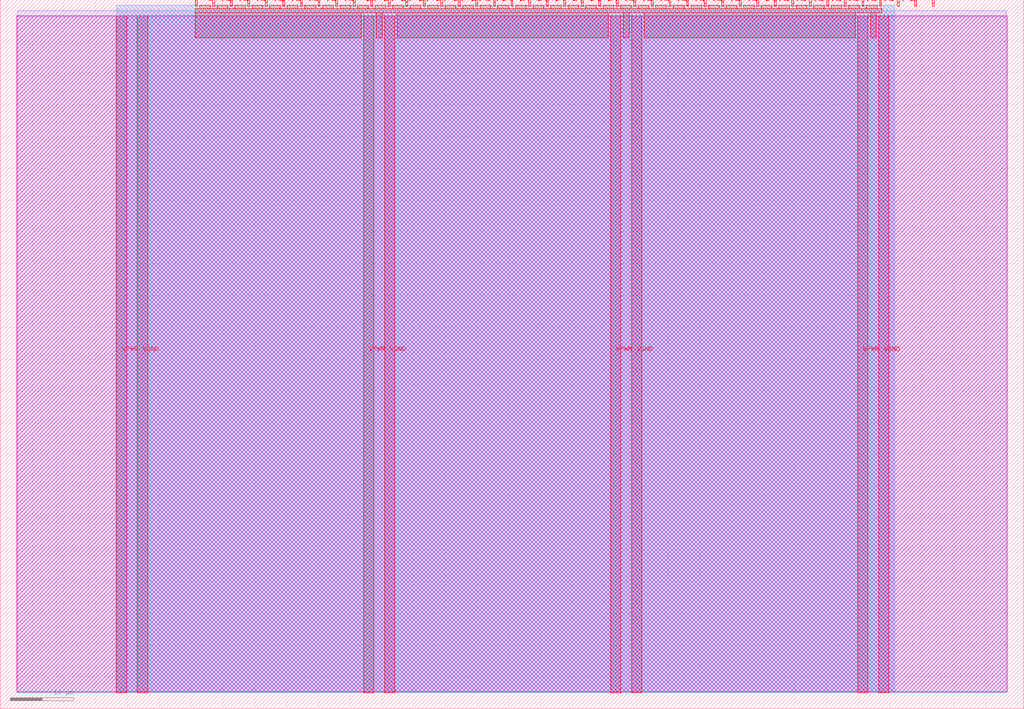
<source format=lef>
VERSION 5.7 ;
  NOWIREEXTENSIONATPIN ON ;
  DIVIDERCHAR "/" ;
  BUSBITCHARS "[]" ;
MACRO tt_um_wokwi_442987174502478849
  CLASS BLOCK ;
  FOREIGN tt_um_wokwi_442987174502478849 ;
  ORIGIN 0.000 0.000 ;
  SIZE 161.000 BY 111.520 ;
  PIN VGND
    DIRECTION INOUT ;
    USE GROUND ;
    PORT
      LAYER met4 ;
        RECT 21.580 2.480 23.180 109.040 ;
    END
    PORT
      LAYER met4 ;
        RECT 60.450 2.480 62.050 109.040 ;
    END
    PORT
      LAYER met4 ;
        RECT 99.320 2.480 100.920 109.040 ;
    END
    PORT
      LAYER met4 ;
        RECT 138.190 2.480 139.790 109.040 ;
    END
  END VGND
  PIN VPWR
    DIRECTION INOUT ;
    USE POWER ;
    PORT
      LAYER met4 ;
        RECT 18.280 2.480 19.880 109.040 ;
    END
    PORT
      LAYER met4 ;
        RECT 57.150 2.480 58.750 109.040 ;
    END
    PORT
      LAYER met4 ;
        RECT 96.020 2.480 97.620 109.040 ;
    END
    PORT
      LAYER met4 ;
        RECT 134.890 2.480 136.490 109.040 ;
    END
  END VPWR
  PIN clk
    DIRECTION INPUT ;
    USE SIGNAL ;
    PORT
      LAYER met4 ;
        RECT 143.830 110.520 144.130 111.520 ;
    END
  END clk
  PIN ena
    DIRECTION INPUT ;
    USE SIGNAL ;
    PORT
      LAYER met4 ;
        RECT 146.590 110.520 146.890 111.520 ;
    END
  END ena
  PIN rst_n
    DIRECTION INPUT ;
    USE SIGNAL ;
    PORT
      LAYER met4 ;
        RECT 141.070 110.520 141.370 111.520 ;
    END
  END rst_n
  PIN ui_in[0]
    DIRECTION INPUT ;
    USE SIGNAL ;
    ANTENNAGATEAREA 0.196500 ;
    PORT
      LAYER met4 ;
        RECT 138.310 110.520 138.610 111.520 ;
    END
  END ui_in[0]
  PIN ui_in[1]
    DIRECTION INPUT ;
    USE SIGNAL ;
    ANTENNAGATEAREA 0.196500 ;
    PORT
      LAYER met4 ;
        RECT 135.550 110.520 135.850 111.520 ;
    END
  END ui_in[1]
  PIN ui_in[2]
    DIRECTION INPUT ;
    USE SIGNAL ;
    ANTENNAGATEAREA 0.196500 ;
    PORT
      LAYER met4 ;
        RECT 132.790 110.520 133.090 111.520 ;
    END
  END ui_in[2]
  PIN ui_in[3]
    DIRECTION INPUT ;
    USE SIGNAL ;
    ANTENNAGATEAREA 0.196500 ;
    PORT
      LAYER met4 ;
        RECT 130.030 110.520 130.330 111.520 ;
    END
  END ui_in[3]
  PIN ui_in[4]
    DIRECTION INPUT ;
    USE SIGNAL ;
    ANTENNAGATEAREA 0.196500 ;
    PORT
      LAYER met4 ;
        RECT 127.270 110.520 127.570 111.520 ;
    END
  END ui_in[4]
  PIN ui_in[5]
    DIRECTION INPUT ;
    USE SIGNAL ;
    ANTENNAGATEAREA 0.196500 ;
    PORT
      LAYER met4 ;
        RECT 124.510 110.520 124.810 111.520 ;
    END
  END ui_in[5]
  PIN ui_in[6]
    DIRECTION INPUT ;
    USE SIGNAL ;
    ANTENNAGATEAREA 0.196500 ;
    PORT
      LAYER met4 ;
        RECT 121.750 110.520 122.050 111.520 ;
    END
  END ui_in[6]
  PIN ui_in[7]
    DIRECTION INPUT ;
    USE SIGNAL ;
    ANTENNAGATEAREA 0.196500 ;
    PORT
      LAYER met4 ;
        RECT 118.990 110.520 119.290 111.520 ;
    END
  END ui_in[7]
  PIN uio_in[0]
    DIRECTION INPUT ;
    USE SIGNAL ;
    PORT
      LAYER met4 ;
        RECT 116.230 110.520 116.530 111.520 ;
    END
  END uio_in[0]
  PIN uio_in[1]
    DIRECTION INPUT ;
    USE SIGNAL ;
    PORT
      LAYER met4 ;
        RECT 113.470 110.520 113.770 111.520 ;
    END
  END uio_in[1]
  PIN uio_in[2]
    DIRECTION INPUT ;
    USE SIGNAL ;
    PORT
      LAYER met4 ;
        RECT 110.710 110.520 111.010 111.520 ;
    END
  END uio_in[2]
  PIN uio_in[3]
    DIRECTION INPUT ;
    USE SIGNAL ;
    PORT
      LAYER met4 ;
        RECT 107.950 110.520 108.250 111.520 ;
    END
  END uio_in[3]
  PIN uio_in[4]
    DIRECTION INPUT ;
    USE SIGNAL ;
    PORT
      LAYER met4 ;
        RECT 105.190 110.520 105.490 111.520 ;
    END
  END uio_in[4]
  PIN uio_in[5]
    DIRECTION INPUT ;
    USE SIGNAL ;
    PORT
      LAYER met4 ;
        RECT 102.430 110.520 102.730 111.520 ;
    END
  END uio_in[5]
  PIN uio_in[6]
    DIRECTION INPUT ;
    USE SIGNAL ;
    PORT
      LAYER met4 ;
        RECT 99.670 110.520 99.970 111.520 ;
    END
  END uio_in[6]
  PIN uio_in[7]
    DIRECTION INPUT ;
    USE SIGNAL ;
    PORT
      LAYER met4 ;
        RECT 96.910 110.520 97.210 111.520 ;
    END
  END uio_in[7]
  PIN uio_oe[0]
    DIRECTION OUTPUT ;
    USE SIGNAL ;
    PORT
      LAYER met4 ;
        RECT 49.990 110.520 50.290 111.520 ;
    END
  END uio_oe[0]
  PIN uio_oe[1]
    DIRECTION OUTPUT ;
    USE SIGNAL ;
    PORT
      LAYER met4 ;
        RECT 47.230 110.520 47.530 111.520 ;
    END
  END uio_oe[1]
  PIN uio_oe[2]
    DIRECTION OUTPUT ;
    USE SIGNAL ;
    PORT
      LAYER met4 ;
        RECT 44.470 110.520 44.770 111.520 ;
    END
  END uio_oe[2]
  PIN uio_oe[3]
    DIRECTION OUTPUT ;
    USE SIGNAL ;
    PORT
      LAYER met4 ;
        RECT 41.710 110.520 42.010 111.520 ;
    END
  END uio_oe[3]
  PIN uio_oe[4]
    DIRECTION OUTPUT ;
    USE SIGNAL ;
    PORT
      LAYER met4 ;
        RECT 38.950 110.520 39.250 111.520 ;
    END
  END uio_oe[4]
  PIN uio_oe[5]
    DIRECTION OUTPUT ;
    USE SIGNAL ;
    PORT
      LAYER met4 ;
        RECT 36.190 110.520 36.490 111.520 ;
    END
  END uio_oe[5]
  PIN uio_oe[6]
    DIRECTION OUTPUT ;
    USE SIGNAL ;
    PORT
      LAYER met4 ;
        RECT 33.430 110.520 33.730 111.520 ;
    END
  END uio_oe[6]
  PIN uio_oe[7]
    DIRECTION OUTPUT ;
    USE SIGNAL ;
    PORT
      LAYER met4 ;
        RECT 30.670 110.520 30.970 111.520 ;
    END
  END uio_oe[7]
  PIN uio_out[0]
    DIRECTION OUTPUT ;
    USE SIGNAL ;
    PORT
      LAYER met4 ;
        RECT 72.070 110.520 72.370 111.520 ;
    END
  END uio_out[0]
  PIN uio_out[1]
    DIRECTION OUTPUT ;
    USE SIGNAL ;
    PORT
      LAYER met4 ;
        RECT 69.310 110.520 69.610 111.520 ;
    END
  END uio_out[1]
  PIN uio_out[2]
    DIRECTION OUTPUT ;
    USE SIGNAL ;
    PORT
      LAYER met4 ;
        RECT 66.550 110.520 66.850 111.520 ;
    END
  END uio_out[2]
  PIN uio_out[3]
    DIRECTION OUTPUT ;
    USE SIGNAL ;
    PORT
      LAYER met4 ;
        RECT 63.790 110.520 64.090 111.520 ;
    END
  END uio_out[3]
  PIN uio_out[4]
    DIRECTION OUTPUT ;
    USE SIGNAL ;
    PORT
      LAYER met4 ;
        RECT 61.030 110.520 61.330 111.520 ;
    END
  END uio_out[4]
  PIN uio_out[5]
    DIRECTION OUTPUT ;
    USE SIGNAL ;
    PORT
      LAYER met4 ;
        RECT 58.270 110.520 58.570 111.520 ;
    END
  END uio_out[5]
  PIN uio_out[6]
    DIRECTION OUTPUT ;
    USE SIGNAL ;
    PORT
      LAYER met4 ;
        RECT 55.510 110.520 55.810 111.520 ;
    END
  END uio_out[6]
  PIN uio_out[7]
    DIRECTION OUTPUT ;
    USE SIGNAL ;
    PORT
      LAYER met4 ;
        RECT 52.750 110.520 53.050 111.520 ;
    END
  END uio_out[7]
  PIN uo_out[0]
    DIRECTION OUTPUT ;
    USE SIGNAL ;
    PORT
      LAYER met4 ;
        RECT 94.150 110.520 94.450 111.520 ;
    END
  END uo_out[0]
  PIN uo_out[1]
    DIRECTION OUTPUT ;
    USE SIGNAL ;
    PORT
      LAYER met4 ;
        RECT 91.390 110.520 91.690 111.520 ;
    END
  END uo_out[1]
  PIN uo_out[2]
    DIRECTION OUTPUT ;
    USE SIGNAL ;
    PORT
      LAYER met4 ;
        RECT 88.630 110.520 88.930 111.520 ;
    END
  END uo_out[2]
  PIN uo_out[3]
    DIRECTION OUTPUT ;
    USE SIGNAL ;
    ANTENNADIFFAREA 0.445500 ;
    PORT
      LAYER met4 ;
        RECT 85.870 110.520 86.170 111.520 ;
    END
  END uo_out[3]
  PIN uo_out[4]
    DIRECTION OUTPUT ;
    USE SIGNAL ;
    ANTENNADIFFAREA 0.445500 ;
    PORT
      LAYER met4 ;
        RECT 83.110 110.520 83.410 111.520 ;
    END
  END uo_out[4]
  PIN uo_out[5]
    DIRECTION OUTPUT ;
    USE SIGNAL ;
    ANTENNADIFFAREA 0.445500 ;
    PORT
      LAYER met4 ;
        RECT 80.350 110.520 80.650 111.520 ;
    END
  END uo_out[5]
  PIN uo_out[6]
    DIRECTION OUTPUT ;
    USE SIGNAL ;
    ANTENNADIFFAREA 0.445500 ;
    PORT
      LAYER met4 ;
        RECT 77.590 110.520 77.890 111.520 ;
    END
  END uo_out[6]
  PIN uo_out[7]
    DIRECTION OUTPUT ;
    USE SIGNAL ;
    ANTENNADIFFAREA 0.445500 ;
    PORT
      LAYER met4 ;
        RECT 74.830 110.520 75.130 111.520 ;
    END
  END uo_out[7]
  OBS
      LAYER nwell ;
        RECT 2.570 2.635 158.430 108.990 ;
      LAYER li1 ;
        RECT 2.760 2.635 158.240 108.885 ;
      LAYER met1 ;
        RECT 2.760 2.480 158.240 109.780 ;
      LAYER met2 ;
        RECT 18.310 2.535 140.670 110.685 ;
      LAYER met3 ;
        RECT 18.290 2.555 140.695 110.665 ;
      LAYER met4 ;
        RECT 31.370 110.120 33.030 110.665 ;
        RECT 34.130 110.120 35.790 110.665 ;
        RECT 36.890 110.120 38.550 110.665 ;
        RECT 39.650 110.120 41.310 110.665 ;
        RECT 42.410 110.120 44.070 110.665 ;
        RECT 45.170 110.120 46.830 110.665 ;
        RECT 47.930 110.120 49.590 110.665 ;
        RECT 50.690 110.120 52.350 110.665 ;
        RECT 53.450 110.120 55.110 110.665 ;
        RECT 56.210 110.120 57.870 110.665 ;
        RECT 58.970 110.120 60.630 110.665 ;
        RECT 61.730 110.120 63.390 110.665 ;
        RECT 64.490 110.120 66.150 110.665 ;
        RECT 67.250 110.120 68.910 110.665 ;
        RECT 70.010 110.120 71.670 110.665 ;
        RECT 72.770 110.120 74.430 110.665 ;
        RECT 75.530 110.120 77.190 110.665 ;
        RECT 78.290 110.120 79.950 110.665 ;
        RECT 81.050 110.120 82.710 110.665 ;
        RECT 83.810 110.120 85.470 110.665 ;
        RECT 86.570 110.120 88.230 110.665 ;
        RECT 89.330 110.120 90.990 110.665 ;
        RECT 92.090 110.120 93.750 110.665 ;
        RECT 94.850 110.120 96.510 110.665 ;
        RECT 97.610 110.120 99.270 110.665 ;
        RECT 100.370 110.120 102.030 110.665 ;
        RECT 103.130 110.120 104.790 110.665 ;
        RECT 105.890 110.120 107.550 110.665 ;
        RECT 108.650 110.120 110.310 110.665 ;
        RECT 111.410 110.120 113.070 110.665 ;
        RECT 114.170 110.120 115.830 110.665 ;
        RECT 116.930 110.120 118.590 110.665 ;
        RECT 119.690 110.120 121.350 110.665 ;
        RECT 122.450 110.120 124.110 110.665 ;
        RECT 125.210 110.120 126.870 110.665 ;
        RECT 127.970 110.120 129.630 110.665 ;
        RECT 130.730 110.120 132.390 110.665 ;
        RECT 133.490 110.120 135.150 110.665 ;
        RECT 136.250 110.120 137.910 110.665 ;
        RECT 30.655 109.440 138.625 110.120 ;
        RECT 30.655 105.575 56.750 109.440 ;
        RECT 59.150 105.575 60.050 109.440 ;
        RECT 62.450 105.575 95.620 109.440 ;
        RECT 98.020 105.575 98.920 109.440 ;
        RECT 101.320 105.575 134.490 109.440 ;
        RECT 136.890 105.575 137.790 109.440 ;
  END
END tt_um_wokwi_442987174502478849
END LIBRARY


</source>
